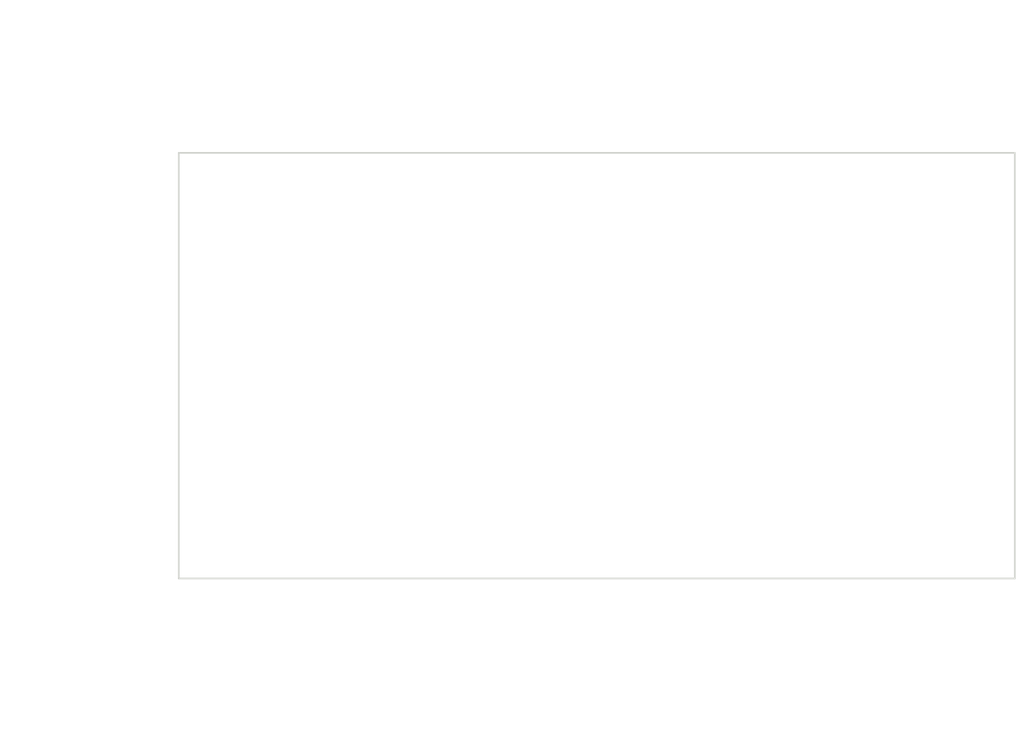
<source format=kicad_pcb>
(kicad_pcb (version 20211014) (generator pcbnew)

  (general
    (thickness 1.6)
  )

  (paper "A4")
  (layers
    (0 "F.Cu" signal)
    (31 "B.Cu" signal)
    (32 "B.Adhes" user "B.Adhesive")
    (33 "F.Adhes" user "F.Adhesive")
    (34 "B.Paste" user)
    (35 "F.Paste" user)
    (36 "B.SilkS" user "B.Silkscreen")
    (37 "F.SilkS" user "F.Silkscreen")
    (38 "B.Mask" user)
    (39 "F.Mask" user)
    (40 "Dwgs.User" user "User.Drawings")
    (41 "Cmts.User" user "User.Comments")
    (42 "Eco1.User" user "User.Eco1")
    (43 "Eco2.User" user "User.Eco2")
    (44 "Edge.Cuts" user)
    (45 "Margin" user)
    (46 "B.CrtYd" user "B.Courtyard")
    (47 "F.CrtYd" user "F.Courtyard")
    (48 "B.Fab" user)
    (49 "F.Fab" user)
    (50 "User.1" user)
    (51 "User.2" user)
    (52 "User.3" user)
    (53 "User.4" user)
    (54 "User.5" user)
    (55 "User.6" user)
    (56 "User.7" user)
    (57 "User.8" user)
    (58 "User.9" user)
  )

  (setup
    (pad_to_mask_clearance 0)
    (pcbplotparams
      (layerselection 0x00010fc_ffffffff)
      (disableapertmacros false)
      (usegerberextensions false)
      (usegerberattributes true)
      (usegerberadvancedattributes true)
      (creategerberjobfile true)
      (svguseinch false)
      (svgprecision 6)
      (excludeedgelayer true)
      (plotframeref false)
      (viasonmask false)
      (mode 1)
      (useauxorigin false)
      (hpglpennumber 1)
      (hpglpenspeed 20)
      (hpglpendiameter 15.000000)
      (dxfpolygonmode true)
      (dxfimperialunits true)
      (dxfusepcbnewfont true)
      (psnegative false)
      (psa4output false)
      (plotreference true)
      (plotvalue true)
      (plotinvisibletext false)
      (sketchpadsonfab false)
      (subtractmaskfromsilk false)
      (outputformat 1)
      (mirror false)
      (drillshape 1)
      (scaleselection 1)
      (outputdirectory "")
    )
  )

  (net 0 "")

  (gr_line (start 0.5 9) (end 50 9) (layer "Edge.Cuts") (width 0.1) (tstamp 344fcfc7-dd3f-4d17-95e0-70ba7315163c))
  (gr_line (start 50 9) (end 50 34.2) (layer "Edge.Cuts") (width 0.1) (tstamp 6bc4abbf-d046-4309-bfca-64fd441ddac3))
  (gr_line (start 0.5 34.2) (end 0.5 9) (layer "Edge.Cuts") (width 0.1) (tstamp 7ce5f575-6bda-4261-b8c2-f314fad343b7))
  (gr_line (start 50 34.2) (end 0.5 34.2) (layer "Edge.Cuts") (width 0.1) (tstamp cec8ee18-b05c-4267-a028-2f128e0df18a))
  (gr_line (start 50.5 0) (end 50.5 43.2) (layer "User.1") (width 0.1) (tstamp 14be568d-2e52-4aed-b81b-dddc75cbdd07))
  (gr_line (start 0 43.2) (end 0 0) (layer "User.1") (width 0.1) (tstamp 159574a9-ecec-48bb-adb0-3dc9e65d4e79))
  (gr_line (start 0 0) (end 50.5 0) (layer "User.1") (width 0.1) (tstamp 7a879184-fad8-4feb-afb5-86fe8d34f1f7))
  (gr_line (start 50.5 43.2) (end 0 43.2) (layer "User.1") (width 0.1) (tstamp bc3f6e1f-c81e-4889-865a-0e223a5a22e2))
  (dimension (type aligned) (layer "User.1") (tstamp 1785fcf6-6f2f-4407-8235-be85fc91edba)
    (pts (xy 0.5 34.2) (xy 0.5 9))
    (height -4.5)
    (gr_text "25.2000 mm" (at -5.15 21.6 90) (layer "User.1") (tstamp 1785fcf6-6f2f-4407-8235-be85fc91edba)
      (effects (font (size 1 1) (thickness 0.15)))
    )
    (format (units 3) (units_format 1) (precision 4))
    (style (thickness 0.1) (arrow_length 1.27) (text_position_mode 0) (extension_height 0.58642) (extension_offset 0.5) keep_text_aligned)
  )

)

</source>
